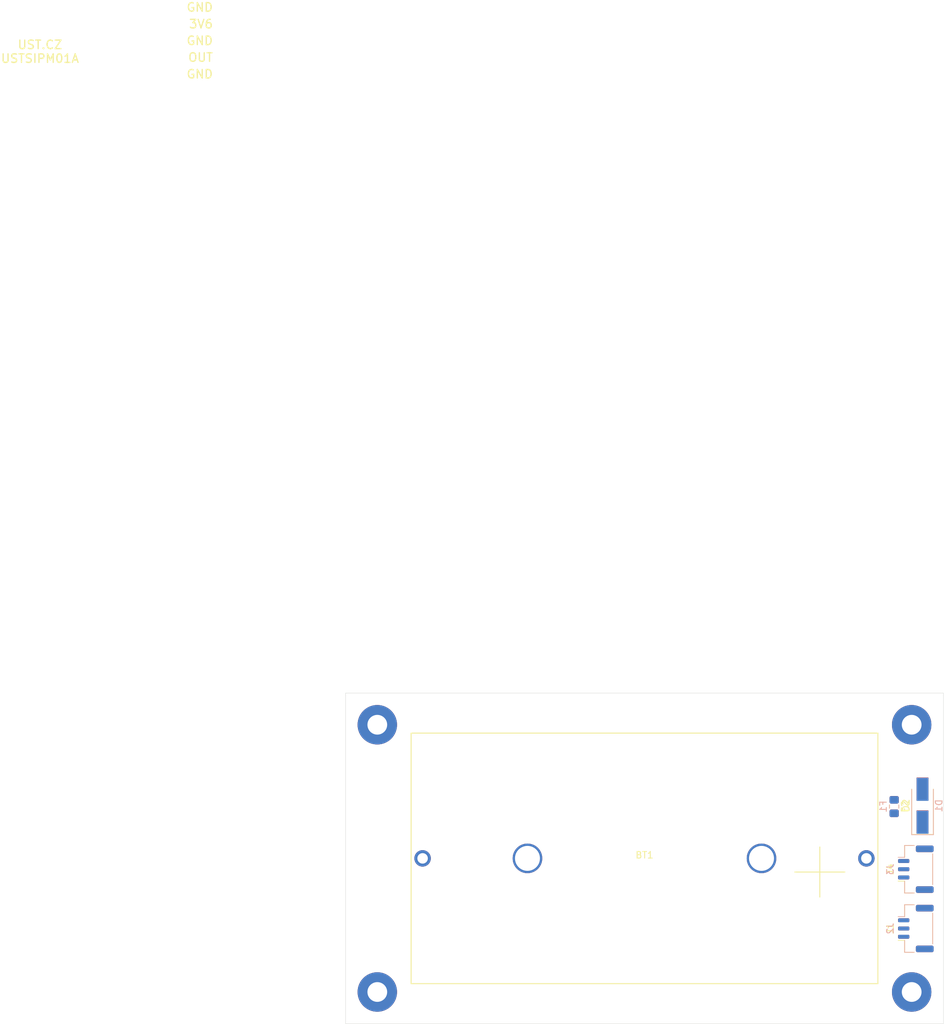
<source format=kicad_pcb>
(kicad_pcb (version 20211014) (generator pcbnew)
  (layers (0 "F.Cu" signal) (31 "B.Cu" signal) (34 "B.Paste" user) (35 "F.Paste" user) (36 "B.SilkS" user "B.Silkscreen") (37 "F.SilkS" user "F.Silkscreen") (38 "B.Mask" user) (39 "F.Mask" user) (44 "Edge.Cuts" user))
  (net 0 "")
  (net 1 "GND")
  (net 2 "Net-(D1-Pad1)")
  (net 3 "Net-(D1-Pad2)")
  (net 4 "Net-(D2-Pad2)")
  (net 5 "Net-(BT1-Pad1)")
  (footprint "Mlab_Mechanical:MountingHole_3mm" (layer "F.Cu") (at 160.02 96.52)
    (fp_text reference "M3" hide)
    (fp_text value "HOLE" hide)
    (pad "1" thru_hole circle locked (at 0 0) (size 6 6) (drill 3) (layers *.Cu *.Adhes *.Mask) (net 1 "GND") (clearance 1))
  )
  (footprint "Mlab_Batery:BX0037" (layer "F.Cu") (at 119.38 116.84 180)
    (fp_text reference "BT1" (at 0 0.5) (layer "F.SilkS"))
    (fp_text value "BX0037")
    (fp_text user "+" (at -26.67 -1.27) (layer "F.SilkS") (effects (font (size 10 10))))
    (fp_line (start -35.5 -19.05) (end -35.5 19.05) (layer "F.SilkS") (width 0.15))
    (fp_line (start 35.5 -19.05) (end 35.5 19.05) (layer "F.SilkS") (width 0.15))
    (fp_line (start -35.5 19.05) (end 35.5 19.05) (layer "F.SilkS") (width 0.15))
    (fp_line (start -35.5 -19.05) (end 35.5 -19.05) (layer "F.SilkS") (width 0.15))
    (pad "" np_thru_hole circle (at -17.8 0 180) (size 4.5 4.5) (drill 3.8) (layers *.Cu *.Mask))
    (pad "" np_thru_hole circle (at 17.8 0 180) (size 4.5 4.5) (drill 3.8) (layers *.Cu *.Mask))
    (pad "1" thru_hole circle (at -33.75 0 180) (size 2.5 2.5) (drill 1.6) (layers *.Cu *.Mask) (net 5 "Net-(BT1-Pad1)"))
    (pad "2" thru_hole circle (at 33.75 0 180) (size 2.5 2.5) (drill 1.6) (layers *.Cu *.Mask) (net 1 "GND"))
  )
  (footprint "Diode_SMD:D_SMA_Handsoldering" (layer "F.Cu") (at 161.671 108.799 90)
    (fp_text reference "D2" (at 0 -2.5 90) (layer "F.SilkS"))
    (fp_text value "LSM115JE3/TR13")
    (fp_line (start -4.4 -1.65) (end -4.4 1.65) (layer "F.SilkS") (width 0.12))
    (fp_line (start -4.4 -1.65) (end 2.5 -1.65) (layer "F.SilkS") (width 0.12))
    (fp_line (start -4.4 1.65) (end 2.5 1.65) (layer "F.SilkS") (width 0.12))
    (pad "1" smd rect (at -2.5 0 90) (size 3.5 1.8) (layers "F.Cu" "F.Paste" "F.Mask") (net 2 "Net-(D1-Pad1)"))
    (pad "2" smd rect (at 2.5 0 90) (size 3.5 1.8) (layers "F.Cu" "F.Paste" "F.Mask") (net 4 "Net-(D2-Pad2)"))
  )
  (footprint "Fuse:Fuse_0805_2012Metric_Pad1.15x1.40mm_HandSolder" (layer "F.Cu") (at 157.353 108.957 -90)
    (fp_text reference "F2" (at 0 -1.65 90) (layer "F.SilkS"))
    (fp_text value "SR010-15")
    (fp_line (start -0.261252 -0.71) (end 0.261252 -0.71) (layer "F.SilkS") (width 0.12))
    (fp_line (start -0.261252 0.71) (end 0.261252 0.71) (layer "F.SilkS") (width 0.12))
    (pad "1" smd roundrect (at -1.025 0 270) (size 1.15 1.4) (layers "F.Cu" "F.Paste" "F.Mask") (roundrect_rratio 0.217391) (net 4 "Net-(D2-Pad2)"))
    (pad "2" smd roundrect (at 1.025 0 270) (size 1.15 1.4) (layers "F.Cu" "F.Paste" "F.Mask") (roundrect_rratio 0.217391) (net 5 "Net-(BT1-Pad1)"))
  )
  (footprint "Connector_JST:JST_GH_SM03B-GHS-TB_1x03-1MP_P1.25mm_Horizontal" (layer "F.Cu") (at 160.66 127.508 90)
    (fp_text reference "J1" (at 0 -3.9 90) (layer "F.SilkS"))
    (fp_text value "SM03B-GHS-TB")
    (fp_line (start -3.61 -0.26) (end -3.61 -1.71) (layer "F.SilkS") (width 0.12))
    (fp_line (start 3.61 -1.71) (end 1.81 -1.71) (layer "F.SilkS") (width 0.12))
    (fp_line (start -2.34 2.56) (end 2.34 2.56) (layer "F.SilkS") (width 0.12))
    (fp_line (start -1.81 -1.71) (end -1.81 -2.7) (layer "F.SilkS") (width 0.12))
    (fp_line (start 3.61 -0.26) (end 3.61 -1.71) (layer "F.SilkS") (width 0.12))
    (fp_line (start -3.61 -1.71) (end -1.81 -1.71) (layer "F.SilkS") (width 0.12))
    (pad "1" smd roundrect (at -1.25 -1.85 90) (size 0.6 1.7) (layers "F.Cu" "F.Paste" "F.Mask") (net 1 "GND"))
    (pad "2" smd roundrect (at 0 -1.85 90) (size 0.6 1.7) (layers "F.Cu" "F.Paste" "F.Mask") (net 2 "Net-(D1-Pad1)"))
    (pad "3" smd roundrect (at 1.25 -1.85 90) (size 0.6 1.7) (layers "F.Cu" "F.Paste" "F.Mask") (net 1 "GND"))
    (pad "MP" smd roundrect (at -3.1 1.35 90) (size 1 2.7) (layers "F.Cu" "F.Paste" "F.Mask") (net 1 "GND"))
    (pad "MP" smd roundrect (at 3.1 1.35 90) (size 1 2.7) (layers "F.Cu" "F.Paste" "F.Mask") (net 1 "GND"))
  )
  (footprint "Mlab_Mechanical:MountingHole_3mm" (layer "F.Cu") (at 160.02 137.16)
    (fp_text reference "M4" hide)
    (fp_text value "HOLE" hide)
    (pad "1" thru_hole circle locked (at 0 0) (size 6 6) (drill 3) (layers *.Cu *.Adhes *.Mask) (net 1 "GND") (clearance 1))
  )
  (footprint "Mlab_Mechanical:MountingHole_3mm" (layer "F.Cu") (at 78.74 137.16)
    (fp_text reference "M2" hide)
    (fp_text value "HOLE" hide)
    (pad "1" thru_hole circle locked (at 0 0) (size 6 6) (drill 3) (layers *.Cu *.Adhes *.Mask) (net 1 "GND") (clearance 1))
  )
  (footprint "Mlab_Mechanical:MountingHole_3mm" (layer "F.Cu") (at 78.74 96.52)
    (fp_text reference "M1" hide)
    (fp_text value "HOLE" hide)
    (pad "1" thru_hole circle locked (at 0 0) (size 6 6) (drill 3) (layers *.Cu *.Adhes *.Mask) (net 1 "GND") (clearance 1))
  )
  (footprint "Connector_JST:JST_GH_SM03B-GHS-TB_1x03-1MP_P1.25mm_Horizontal" (layer "F.Cu") (at 160.66 118.491 90)
    (fp_text reference "J4" (at 0 -3.9 90) (layer "F.SilkS"))
    (fp_text value "SM03B-GHS-TB")
    (fp_line (start -3.61 -0.26) (end -3.61 -1.71) (layer "F.SilkS") (width 0.12))
    (fp_line (start -3.61 -1.71) (end -1.81 -1.71) (layer "F.SilkS") (width 0.12))
    (fp_line (start 3.61 -0.26) (end 3.61 -1.71) (layer "F.SilkS") (width 0.12))
    (fp_line (start -1.81 -1.71) (end -1.81 -2.7) (layer "F.SilkS") (width 0.12))
    (fp_line (start 3.61 -1.71) (end 1.81 -1.71) (layer "F.SilkS") (width 0.12))
    (fp_line (start -2.34 2.56) (end 2.34 2.56) (layer "F.SilkS") (width 0.12))
    (pad "1" smd roundrect (at -1.25 -1.85 90) (size 0.6 1.7) (layers "F.Cu" "F.Paste" "F.Mask") (net 1 "GND"))
    (pad "2" smd roundrect (at 0 -1.85 90) (size 0.6 1.7) (layers "F.Cu" "F.Paste" "F.Mask") (net 2 "Net-(D1-Pad1)"))
    (pad "3" smd roundrect (at 1.25 -1.85 90) (size 0.6 1.7) (layers "F.Cu" "F.Paste" "F.Mask") (net 1 "GND"))
    (pad "MP" smd roundrect (at 3.1 1.35 90) (size 1 2.7) (layers "F.Cu" "F.Paste" "F.Mask") (net 1 "GND"))
    (pad "MP" smd roundrect (at -3.1 1.35 90) (size 1 2.7) (layers "F.Cu" "F.Paste" "F.Mask") (net 1 "GND"))
  )
  (footprint "Connector_JST:JST_GH_SM03B-GHS-TB_1x03-1MP_P1.25mm_Horizontal" (layer "B.Cu") (at 160.66 118.491 -90)
    (fp_text reference "J3" (at 0 3.9 90) (layer "B.SilkS") (effects (justify mirror)))
    (fp_text value "SM03B-GHS-TB")
    (fp_line (start -3.61 1.71) (end -1.81 1.71) (layer "B.SilkS") (width 0.12))
    (fp_line (start -3.61 0.26) (end -3.61 1.71) (layer "B.SilkS") (width 0.12))
    (fp_line (start -1.81 1.71) (end -1.81 2.7) (layer "B.SilkS") (width 0.12))
    (fp_line (start 3.61 1.71) (end 1.81 1.71) (layer "B.SilkS") (width 0.12))
    (fp_line (start 3.61 0.26) (end 3.61 1.71) (layer "B.SilkS") (width 0.12))
    (fp_line (start -2.34 -2.56) (end 2.34 -2.56) (layer "B.SilkS") (width 0.12))
    (pad "1" smd roundrect (at -1.25 1.85 270) (size 0.6 1.7) (layers "B.Cu" "B.Paste" "B.Mask") (net 1 "GND"))
    (pad "2" smd roundrect (at 0 1.85 270) (size 0.6 1.7) (layers "B.Cu" "B.Paste" "B.Mask") (net 2 "Net-(D1-Pad1)"))
    (pad "3" smd roundrect (at 1.25 1.85 270) (size 0.6 1.7) (layers "B.Cu" "B.Paste" "B.Mask") (net 1 "GND"))
    (pad "MP" smd roundrect (at -3.1 -1.35 270) (size 1 2.7) (layers "B.Cu" "B.Paste" "B.Mask") (net 1 "GND"))
    (pad "MP" smd roundrect (at 3.1 -1.35 270) (size 1 2.7) (layers "B.Cu" "B.Paste" "B.Mask") (net 1 "GND"))
  )
  (footprint "Connector_JST:JST_GH_SM03B-GHS-TB_1x03-1MP_P1.25mm_Horizontal" (layer "B.Cu") (at 160.66 127.508 -90)
    (fp_text reference "J2" (at 0 3.9 90) (layer "B.SilkS") (effects (justify mirror)))
    (fp_text value "SM03B-GHS-TB")
    (fp_line (start -3.61 1.71) (end -1.81 1.71) (layer "B.SilkS") (width 0.12))
    (fp_line (start 3.61 1.71) (end 1.81 1.71) (layer "B.SilkS") (width 0.12))
    (fp_line (start 3.61 0.26) (end 3.61 1.71) (layer "B.SilkS") (width 0.12))
    (fp_line (start -3.61 0.26) (end -3.61 1.71) (layer "B.SilkS") (width 0.12))
    (fp_line (start -1.81 1.71) (end -1.81 2.7) (layer "B.SilkS") (width 0.12))
    (fp_line (start -2.34 -2.56) (end 2.34 -2.56) (layer "B.SilkS") (width 0.12))
    (pad "1" smd roundrect (at -1.25 1.85 270) (size 0.6 1.7) (layers "B.Cu" "B.Paste" "B.Mask") (net 1 "GND"))
    (pad "2" smd roundrect (at 0 1.85 270) (size 0.6 1.7) (layers "B.Cu" "B.Paste" "B.Mask") (net 2 "Net-(D1-Pad1)"))
    (pad "3" smd roundrect (at 1.25 1.85 270) (size 0.6 1.7) (layers "B.Cu" "B.Paste" "B.Mask") (net 1 "GND"))
    (pad "MP" smd roundrect (at 3.1 -1.35 270) (size 1 2.7) (layers "B.Cu" "B.Paste" "B.Mask") (net 1 "GND"))
    (pad "MP" smd roundrect (at -3.1 -1.35 270) (size 1 2.7) (layers "B.Cu" "B.Paste" "B.Mask") (net 1 "GND"))
  )
  (footprint "Fuse:Fuse_0805_2012Metric_Pad1.15x1.40mm_HandSolder" (layer "B.Cu") (at 157.353 108.966 -90)
    (fp_text reference "F1" (at 0 1.65 90) (layer "B.SilkS") (effects (justify mirror)))
    (fp_text value "SR010-15")
    (fp_line (start -0.261252 0.71) (end 0.261252 0.71) (layer "B.SilkS") (width 0.12))
    (fp_line (start -0.261252 -0.71) (end 0.261252 -0.71) (layer "B.SilkS") (width 0.12))
    (pad "1" smd roundrect (at -1.025 0 270) (size 1.15 1.4) (layers "B.Cu" "B.Paste" "B.Mask") (roundrect_rratio 0.217391) (net 3 "Net-(D1-Pad2)"))
    (pad "2" smd roundrect (at 1.025 0 270) (size 1.15 1.4) (layers "B.Cu" "B.Paste" "B.Mask") (roundrect_rratio 0.217391) (net 5 "Net-(BT1-Pad1)"))
  )
  (footprint "Diode_SMD:D_SMA_Handsoldering" (layer "B.Cu") (at 161.671 108.839 90)
    (fp_text reference "D1" (at 0 2.5 90) (layer "B.SilkS") (effects (justify mirror)))
    (fp_text value "LSM115JE3/TR13")
    (fp_line (start -4.4 -1.65) (end 2.5 -1.65) (layer "B.SilkS") (width 0.12))
    (fp_line (start -4.4 1.65) (end -4.4 -1.65) (layer "B.SilkS") (width 0.12))
    (fp_line (start -4.4 1.65) (end 2.5 1.65) (layer "B.SilkS") (width 0.12))
    (pad "1" smd rect (at -2.5 0 90) (size 3.5 1.8) (layers "B.Cu" "B.Paste" "B.Mask") (net 2 "Net-(D1-Pad1)"))
    (pad "2" smd rect (at 2.5 0 90) (size 3.5 1.8) (layers "B.Cu" "B.Paste" "B.Mask") (net 3 "Net-(D1-Pad2)"))
  )
  (gr_rect (start 73.914 141.986) (end 164.846 91.694) (layer "Edge.Cuts") (width 0.05) (fill none))
  (gr_text "GND" (at 53.848 -2.42) (layer "F.SilkS") (effects (font (size 1.3 1.3) (thickness 0.2)) (justify right)))
  (gr_text "UST.CZ\nUSTSIPM01A" (at 27.432 -5.842) (layer "F.SilkS") (effects (font (size 1.3 1.3) (thickness 0.2))))
  (gr_text "OUT" (at 53.848 -4.96) (layer "F.SilkS") (effects (font (size 1.3 1.3) (thickness 0.2)) (justify right)))
  (gr_text "GND" (at 53.848 -12.58) (layer "F.SilkS") (effects (font (size 1.3 1.3) (thickness 0.2)) (justify right)))
  (gr_text "3V6" (at 53.848 -10.04) (layer "F.SilkS") (effects (font (size 1.3 1.3) (thickness 0.2)) (justify right)))
  (gr_text "GND" (at 53.848 -7.5) (layer "F.SilkS") (effects (font (size 1.3 1.3) (thickness 0.2)) (justify right)))
)
</source>
